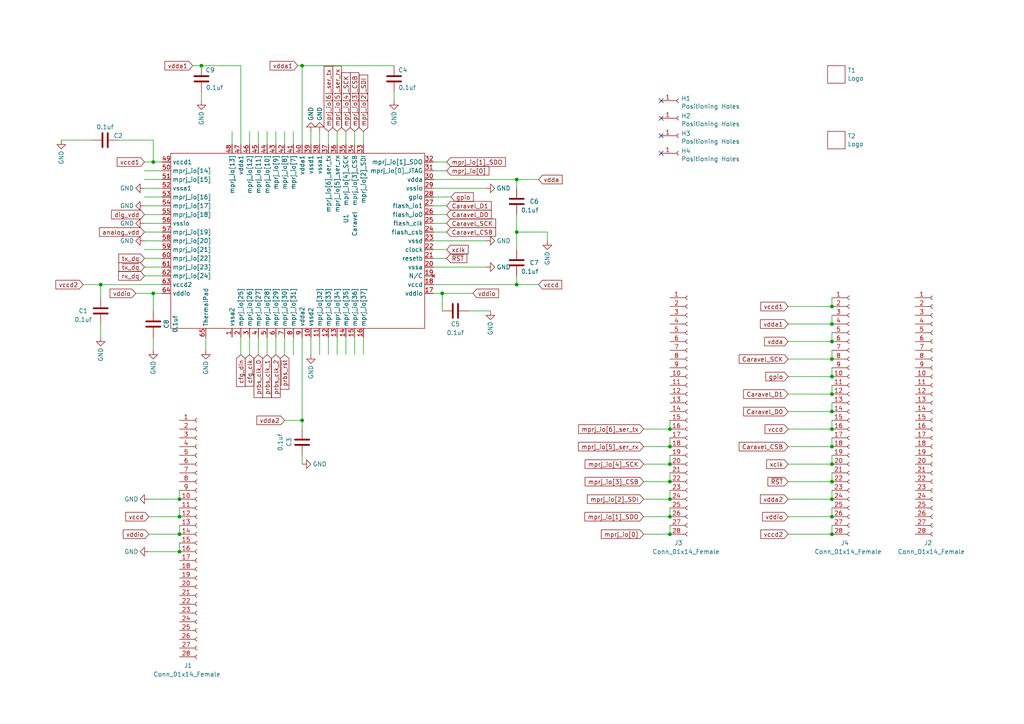
<source format=kicad_sch>
(kicad_sch (version 20211123) (generator eeschema)
  (paper "A4")
  (lib_symbols
    (symbol "Caravel:Logo" (pin_names (offset 1.016))
      (property "Reference" "T" (at -1.27 2.54 0))
      (property "Value" "Logo" (at 1.27 -1.27 0))
      (symbol "Logo_0_1"
        (rectangle (start -1.27 1.27) (end 3.81 -3.81))
      )
    )
    (symbol "Caravel_board:Caravel"
      (property "Reference" "U" (at 0 0 0))
      (property "Value" "Caravel" (at 0 0 0))
      (symbol "Caravel_0_1"
        (rectangle (start -26.67 40.64) (end 24.13 -33.02))
      )
      (symbol "Caravel_1_1"
        (pin power_in line (at -29.21 22.86 0) (length 2.54) (name "vssa2") (number "1"))
        (pin power_in line (at -29.21 0 0) (length 2.54) (name "vssd2") (number "10"))
        (pin bidirectional line (at -29.21 -2.54 0) (length 2.54) (name "mprj_io[32]") (number "11"))
        (pin bidirectional line (at -29.21 -5.08 0) (length 2.54) (name "mprj_io[33]") (number "12"))
        (pin bidirectional line (at -29.21 -7.62 0) (length 2.54) (name "mprj_io[34]") (number "13"))
        (pin bidirectional line (at -29.21 -10.16 0) (length 2.54) (name "mprj_io[35]") (number "14"))
        (pin bidirectional line (at -29.21 -12.7 0) (length 2.54) (name "mprj_io[36]") (number "15"))
        (pin bidirectional line (at -29.21 -15.24 0) (length 2.54) (name "mprj_io[37]") (number "16"))
        (pin power_in line (at -16.51 -35.56 90) (length 2.54) (name "vddio") (number "17"))
        (pin power_in line (at -13.97 -35.56 90) (length 2.54) (name "vccd") (number "18"))
        (pin no_connect line (at -11.43 -35.56 90) (length 2.54) (name "N/C") (number "19"))
        (pin bidirectional line (at -29.21 20.32 0) (length 2.54) (name "mprj_io[25]") (number "2"))
        (pin power_in line (at -8.89 -35.56 90) (length 2.54) (name "vssa") (number "20"))
        (pin input line (at -6.35 -35.56 90) (length 2.54) (name "resetb") (number "21"))
        (pin input line (at -3.81 -35.56 90) (length 2.54) (name "clock") (number "22"))
        (pin power_in line (at -1.27 -35.56 90) (length 2.54) (name "vssd") (number "23"))
        (pin output line (at 1.27 -35.56 90) (length 2.54) (name "flash_csb") (number "24"))
        (pin output line (at 3.81 -35.56 90) (length 2.54) (name "flash_clk") (number "25"))
        (pin bidirectional line (at 6.35 -35.56 90) (length 2.54) (name "flash_io0") (number "26"))
        (pin bidirectional line (at 8.89 -35.56 90) (length 2.54) (name "flash_io1") (number "27"))
        (pin bidirectional line (at 11.43 -35.56 90) (length 2.54) (name "gpio") (number "28"))
        (pin power_in line (at 13.97 -35.56 90) (length 2.54) (name "vssio") (number "29"))
        (pin bidirectional line (at -29.21 17.78 0) (length 2.54) (name "mprj_io[26]") (number "3"))
        (pin power_in line (at 16.51 -35.56 90) (length 2.54) (name "vdda") (number "30"))
        (pin bidirectional line (at 19.05 -35.56 90) (length 2.54) (name "mprj_io[0]_JTAG") (number "31"))
        (pin bidirectional line (at 21.59 -35.56 90) (length 2.54) (name "mprj_io[1]_SDO") (number "32"))
        (pin bidirectional line (at 26.67 -15.24 180) (length 2.54) (name "mprj_io[2]_SDI") (number "33"))
        (pin bidirectional line (at 26.67 -12.7 180) (length 2.54) (name "mprj_io[3]_CSB") (number "34"))
        (pin bidirectional line (at 26.67 -10.16 180) (length 2.54) (name "mprj_io[4]_SCK") (number "35"))
        (pin bidirectional line (at 26.67 -7.62 180) (length 2.54) (name "mprj_io[5]_ser_rx") (number "36"))
        (pin bidirectional line (at 26.67 -5.08 180) (length 2.54) (name "mprj_io[6]_ser_tx") (number "37"))
        (pin power_in line (at 26.67 -2.54 180) (length 2.54) (name "vssa1") (number "38"))
        (pin power_in line (at 26.67 0 180) (length 2.54) (name "vssd1") (number "39"))
        (pin bidirectional line (at -29.21 15.24 0) (length 2.54) (name "mprj_io[27]") (number "4"))
        (pin power_in line (at 26.67 2.54 180) (length 2.54) (name "vdda1") (number "40"))
        (pin bidirectional line (at 26.67 5.08 180) (length 2.54) (name "mprj_io[7]") (number "41"))
        (pin bidirectional line (at 26.67 7.62 180) (length 2.54) (name "mprj_io[8]") (number "42"))
        (pin bidirectional line (at 26.67 10.16 180) (length 2.54) (name "mprj_io[9]") (number "43"))
        (pin bidirectional line (at 26.67 12.7 180) (length 2.54) (name "mprj_io[10]") (number "44"))
        (pin bidirectional line (at 26.67 15.24 180) (length 2.54) (name "mprj_io[11]") (number "45"))
        (pin bidirectional line (at 26.67 17.78 180) (length 2.54) (name "mprj_io[12]") (number "46"))
        (pin power_in line (at 26.67 20.32 180) (length 2.54) (name "vdda1") (number "47"))
        (pin bidirectional line (at 26.67 22.86 180) (length 2.54) (name "mprj_io[13]") (number "48"))
        (pin power_in line (at 21.59 43.18 270) (length 2.54) (name "vccd1") (number "49"))
        (pin bidirectional line (at -29.21 12.7 0) (length 2.54) (name "mprj_io[28]") (number "5"))
        (pin bidirectional line (at 19.05 43.18 270) (length 2.54) (name "mprj_io[14]") (number "50"))
        (pin bidirectional line (at 16.51 43.18 270) (length 2.54) (name "mprj_io[15]") (number "51"))
        (pin power_in line (at 13.97 43.18 270) (length 2.54) (name "vssa1") (number "52"))
        (pin bidirectional line (at 11.43 43.18 270) (length 2.54) (name "mprj_io[16]") (number "53"))
        (pin bidirectional line (at 8.89 43.18 270) (length 2.54) (name "mprj_io[17]") (number "54"))
        (pin bidirectional line (at 6.35 43.18 270) (length 2.54) (name "mprj_io[18]") (number "55"))
        (pin power_in line (at 3.81 43.18 270) (length 2.54) (name "vssio") (number "56"))
        (pin bidirectional line (at 1.27 43.18 270) (length 2.54) (name "mprj_io[19]") (number "57"))
        (pin bidirectional line (at -1.27 43.18 270) (length 2.54) (name "mprj_io[20]") (number "58"))
        (pin bidirectional line (at -3.81 43.18 270) (length 2.54) (name "mprj_io[21]") (number "59"))
        (pin bidirectional line (at -29.21 10.16 0) (length 2.54) (name "mprj_io[29]") (number "6"))
        (pin bidirectional line (at -6.35 43.18 270) (length 2.54) (name "mprj_io[22]") (number "60"))
        (pin bidirectional line (at -8.89 43.18 270) (length 2.54) (name "mprj_io[23]") (number "61"))
        (pin bidirectional line (at -11.43 43.18 270) (length 2.54) (name "mprj_io[24]") (number "62"))
        (pin power_in line (at -13.97 43.18 270) (length 2.54) (name "vccd2") (number "63"))
        (pin power_in line (at -16.51 43.18 270) (length 2.54) (name "vddio") (number "64"))
        (pin power_in line (at -29.21 30.48 0) (length 2.54) (name "ThermalPad") (number "65"))
        (pin bidirectional line (at -29.21 7.62 0) (length 2.54) (name "mprj_io[30]") (number "7"))
        (pin bidirectional line (at -29.21 5.08 0) (length 2.54) (name "mprj_io[31]") (number "8"))
        (pin power_in line (at -29.21 2.54 0) (length 2.54) (name "vdda2") (number "9"))
      )
    )
    (symbol "Connector:Conn_01x01_Female" (pin_names (offset 1.016) hide)
      (property "Reference" "J" (at 0 2.54 0))
      (property "Value" "Conn_01x01_Female" (at 0 -2.54 0))
      (symbol "Conn_01x01_Female_1_1"
        (polyline (pts (xy -1.27 0) (xy -0.508 0)) (stroke (width 0.1524)))
        (arc (start 0 0.508) (mid -0.508 0) (end 0 -0.508) (stroke (width 0.1524)))
        (pin passive line (at -5.08 0 0) (length 3.81) (name "Pin_1") (number "1"))
      )
    )
    (symbol "Connector:Conn_01x28_Female" (pin_names (offset 1.016) hide)
      (property "Reference" "J" (at 0 35.56 0))
      (property "Value" "Conn_01x28_Female" (at 0 -38.1 0))
      (symbol "Conn_01x28_Female_1_1"
        (arc (start 0 -35.052) (mid -0.508 -35.56) (end 0 -36.068) (stroke (width 0.1524)))
        (arc (start 0 -32.512) (mid -0.508 -33.02) (end 0 -33.528) (stroke (width 0.1524)))
        (arc (start 0 -29.972) (mid -0.508 -30.48) (end 0 -30.988) (stroke (width 0.1524)))
        (arc (start 0 -27.432) (mid -0.508 -27.94) (end 0 -28.448) (stroke (width 0.1524)))
        (arc (start 0 -24.892) (mid -0.508 -25.4) (end 0 -25.908) (stroke (width 0.1524)))
        (arc (start 0 -22.352) (mid -0.508 -22.86) (end 0 -23.368) (stroke (width 0.1524)))
        (arc (start 0 -19.812) (mid -0.508 -20.32) (end 0 -20.828) (stroke (width 0.1524)))
        (arc (start 0 -17.272) (mid -0.508 -17.78) (end 0 -18.288) (stroke (width 0.1524)))
        (arc (start 0 -14.732) (mid -0.508 -15.24) (end 0 -15.748) (stroke (width 0.1524)))
        (arc (start 0 -12.192) (mid -0.508 -12.7) (end 0 -13.208) (stroke (width 0.1524)))
        (arc (start 0 -9.652) (mid -0.508 -10.16) (end 0 -10.668) (stroke (width 0.1524)))
        (arc (start 0 -7.112) (mid -0.508 -7.62) (end 0 -8.128) (stroke (width 0.1524)))
        (arc (start 0 -4.572) (mid -0.508 -5.08) (end 0 -5.588) (stroke (width 0.1524)))
        (arc (start 0 -2.032) (mid -0.508 -2.54) (end 0 -3.048) (stroke (width 0.1524)))
        (polyline (pts (xy -1.27 -35.56) (xy -0.508 -35.56)) (stroke (width 0.1524)))
        (polyline (pts (xy -1.27 -33.02) (xy -0.508 -33.02)) (stroke (width 0.1524)))
        (polyline (pts (xy -1.27 -30.48) (xy -0.508 -30.48)) (stroke (width 0.1524)))
        (polyline (pts (xy -1.27 -27.94) (xy -0.508 -27.94)) (stroke (width 0.1524)))
        (polyline (pts (xy -1.27 -25.4) (xy -0.508 -25.4)) (stroke (width 0.1524)))
        (polyline (pts (xy -1.27 -22.86) (xy -0.508 -22.86)) (stroke (width 0.1524)))
        (polyline (pts (xy -1.27 -20.32) (xy -0.508 -20.32)) (stroke (width 0.1524)))
        (polyline (pts (xy -1.27 -17.78) (xy -0.508 -17.78)) (stroke (width 0.1524)))
        (polyline (pts (xy -1.27 -15.24) (xy -0.508 -15.24)) (stroke (width 0.1524)))
        (polyline (pts (xy -1.27 -12.7) (xy -0.508 -12.7)) (stroke (width 0.1524)))
        (polyline (pts (xy -1.27 -10.16) (xy -0.508 -10.16)) (stroke (width 0.1524)))
        (polyline (pts (xy -1.27 -7.62) (xy -0.508 -7.62)) (stroke (width 0.1524)))
        (polyline (pts (xy -1.27 -5.08) (xy -0.508 -5.08)) (stroke (width 0.1524)))
        (polyline (pts (xy -1.27 -2.54) (xy -0.508 -2.54)) (stroke (width 0.1524)))
        (polyline (pts (xy -1.27 0) (xy -0.508 0)) (stroke (width 0.1524)))
        (polyline (pts (xy -1.27 2.54) (xy -0.508 2.54)) (stroke (width 0.1524)))
        (polyline (pts (xy -1.27 5.08) (xy -0.508 5.08)) (stroke (width 0.1524)))
        (polyline (pts (xy -1.27 7.62) (xy -0.508 7.62)) (stroke (width 0.1524)))
        (polyline (pts (xy -1.27 10.16) (xy -0.508 10.16)) (stroke (width 0.1524)))
        (polyline (pts (xy -1.27 12.7) (xy -0.508 12.7)) (stroke (width 0.1524)))
        (polyline (pts (xy -1.27 15.24) (xy -0.508 15.24)) (stroke (width 0.1524)))
        (polyline (pts (xy -1.27 17.78) (xy -0.508 17.78)) (stroke (width 0.1524)))
        (polyline (pts (xy -1.27 20.32) (xy -0.508 20.32)) (stroke (width 0.1524)))
        (polyline (pts (xy -1.27 22.86) (xy -0.508 22.86)) (stroke (width 0.1524)))
        (polyline (pts (xy -1.27 25.4) (xy -0.508 25.4)) (stroke (width 0.1524)))
        (polyline (pts (xy -1.27 27.94) (xy -0.508 27.94)) (stroke (width 0.1524)))
        (polyline (pts (xy -1.27 30.48) (xy -0.508 30.48)) (stroke (width 0.1524)))
        (polyline (pts (xy -1.27 33.02) (xy -0.508 33.02)) (stroke (width 0.1524)))
        (arc (start 0 0.508) (mid -0.508 0) (end 0 -0.508) (stroke (width 0.1524)))
        (arc (start 0 3.048) (mid -0.508 2.54) (end 0 2.032) (stroke (width 0.1524)))
        (arc (start 0 5.588) (mid -0.508 5.08) (end 0 4.572) (stroke (width 0.1524)))
        (arc (start 0 8.128) (mid -0.508 7.62) (end 0 7.112) (stroke (width 0.1524)))
        (arc (start 0 10.668) (mid -0.508 10.16) (end 0 9.652) (stroke (width 0.1524)))
        (arc (start 0 13.208) (mid -0.508 12.7) (end 0 12.192) (stroke (width 0.1524)))
        (arc (start 0 15.748) (mid -0.508 15.24) (end 0 14.732) (stroke (width 0.1524)))
        (arc (start 0 18.288) (mid -0.508 17.78) (end 0 17.272) (stroke (width 0.1524)))
        (arc (start 0 20.828) (mid -0.508 20.32) (end 0 19.812) (stroke (width 0.1524)))
        (arc (start 0 23.368) (mid -0.508 22.86) (end 0 22.352) (stroke (width 0.1524)))
        (arc (start 0 25.908) (mid -0.508 25.4) (end 0 24.892) (stroke (width 0.1524)))
        (arc (start 0 28.448) (mid -0.508 27.94) (end 0 27.432) (stroke (width 0.1524)))
        (arc (start 0 30.988) (mid -0.508 30.48) (end 0 29.972) (stroke (width 0.1524)))
        (arc (start 0 33.528) (mid -0.508 33.02) (end 0 32.512) (stroke (width 0.1524)))
        (pin passive line (at -5.08 33.02 0) (length 3.81) (name "Pin_1") (number "1"))
        (pin passive line (at -5.08 10.16 0) (length 3.81) (name "Pin_10") (number "10"))
        (pin passive line (at -5.08 7.62 0) (length 3.81) (name "Pin_11") (number "11"))
        (pin passive line (at -5.08 5.08 0) (length 3.81) (name "Pin_12") (number "12"))
        (pin passive line (at -5.08 2.54 0) (length 3.81) (name "Pin_13") (number "13"))
        (pin passive line (at -5.08 0 0) (length 3.81) (name "Pin_14") (number "14"))
        (pin passive line (at -5.08 -2.54 0) (length 3.81) (name "Pin_15") (number "15"))
        (pin passive line (at -5.08 -5.08 0) (length 3.81) (name "Pin_16") (number "16"))
        (pin passive line (at -5.08 -7.62 0) (length 3.81) (name "Pin_17") (number "17"))
        (pin passive line (at -5.08 -10.16 0) (length 3.81) (name "Pin_18") (number "18"))
        (pin passive line (at -5.08 -12.7 0) (length 3.81) (name "Pin_19") (number "19"))
        (pin passive line (at -5.08 30.48 0) (length 3.81) (name "Pin_2") (number "2"))
        (pin passive line (at -5.08 -15.24 0) (length 3.81) (name "Pin_20") (number "20"))
        (pin passive line (at -5.08 -17.78 0) (length 3.81) (name "Pin_21") (number "21"))
        (pin passive line (at -5.08 -20.32 0) (length 3.81) (name "Pin_22") (number "22"))
        (pin passive line (at -5.08 -22.86 0) (length 3.81) (name "Pin_23") (number "23"))
        (pin passive line (at -5.08 -25.4 0) (length 3.81) (name "Pin_24") (number "24"))
        (pin passive line (at -5.08 -27.94 0) (length 3.81) (name "Pin_25") (number "25"))
        (pin passive line (at -5.08 -30.48 0) (length 3.81) (name "Pin_26") (number "26"))
        (pin passive line (at -5.08 -33.02 0) (length 3.81) (name "Pin_27") (number "27"))
        (pin passive line (at -5.08 -35.56 0) (length 3.81) (name "Pin_28") (number "28"))
        (pin passive line (at -5.08 27.94 0) (length 3.81) (name "Pin_3") (number "3"))
        (pin passive line (at -5.08 25.4 0) (length 3.81) (name "Pin_4") (number "4"))
        (pin passive line (at -5.08 22.86 0) (length 3.81) (name "Pin_5") (number "5"))
        (pin passive line (at -5.08 20.32 0) (length 3.81) (name "Pin_6") (number "6"))
        (pin passive line (at -5.08 17.78 0) (length 3.81) (name "Pin_7") (number "7"))
        (pin passive line (at -5.08 15.24 0) (length 3.81) (name "Pin_8") (number "8"))
        (pin passive line (at -5.08 12.7 0) (length 3.81) (name "Pin_9") (number "9"))
      )
    )
    (symbol "Device:C" (pin_numbers hide) (pin_names (offset 0.254))
      (property "Reference" "C" (at 0.635 2.54 0))
      (property "Value" "C" (at 0.635 -2.54 0))
      (symbol "C_0_1"
        (polyline (pts (xy -2.032 -0.762) (xy 2.032 -0.762)) (stroke (width 0.508)))
        (polyline (pts (xy -2.032 0.762) (xy 2.032 0.762)) (stroke (width 0.508)))
      )
      (symbol "C_1_1"
        (pin passive line (at 0 3.81 270) (length 2.794) (name "~") (number "1"))
        (pin passive line (at 0 -3.81 90) (length 2.794) (name "~") (number "2"))
      )
    )
    (symbol "power:GND" (power) (pin_names (offset 0))
      (property "Value" "GND" (at 0 -3.81 0))
      (symbol "GND_0_1"
        (polyline (pts (xy 0 0) (xy 0 -1.27) (xy 1.27 -1.27) (xy 0 -2.54) (xy -1.27 -1.27) (xy 0 -1.27)))
      )
      (symbol "GND_1_1"
        (pin power_in line (at 0 0 270) (length 0) hide (name "GND") (number "1"))
      )
    )
  )
  (junction (at 29.21 82.55))
  (junction (at 128.27 85.09))
  (junction (at 194.31 134.62))
  (junction (at 241.3 109.22))
  (junction (at 52.07 160.02))
  (junction (at 194.31 144.78))
  (junction (at 87.63 19.05))
  (junction (at 44.45 85.09))
  (junction (at 241.3 88.9))
  (junction (at 241.3 144.78))
  (junction (at 149.86 52.07))
  (junction (at 52.07 154.94))
  (junction (at 241.3 114.3))
  (junction (at 52.07 149.86))
  (junction (at 241.3 93.98))
  (junction (at 87.63 121.92))
  (junction (at 241.3 139.7))
  (junction (at 194.31 154.94))
  (junction (at 241.3 99.06))
  (junction (at 241.3 124.46))
  (junction (at 44.45 46.99))
  (junction (at 194.31 149.86))
  (junction (at 241.3 119.38))
  (junction (at 241.3 134.62))
  (junction (at 241.3 149.86))
  (junction (at 58.42 19.05))
  (junction (at 241.3 154.94))
  (junction (at 149.86 67.31))
  (junction (at 194.31 139.7))
  (junction (at 241.3 129.54))
  (junction (at 194.31 129.54))
  (junction (at 241.3 104.14))
  (junction (at 149.86 82.55))
  (junction (at 194.31 124.46))
  (junction (at 52.07 144.78))
  (no_connect (at 191.77 34.29))
  (no_connect (at 191.77 29.21))
  (no_connect (at 191.77 44.45))
  (no_connect (at 191.77 39.37))
  (wire (pts (xy 129.54 64.77) (xy 125.73 64.77)))
  (wire (pts (xy 90.17 97.79) (xy 90.17 102.87)))
  (wire (pts (xy 46.99 67.31) (xy 41.91 67.31)))
  (wire (pts (xy 129.54 72.39) (xy 125.73 72.39)))
  (wire (pts (xy 194.31 121.92) (xy 194.31 124.46)))
  (wire (pts (xy 128.27 85.09) (xy 125.73 85.09)))
  (wire (pts (xy 87.63 121.92) (xy 82.55 121.92)))
  (wire (pts (xy 74.93 38.1) (xy 74.93 41.91)))
  (wire (pts (xy 186.69 154.94) (xy 194.31 154.94)))
  (wire (pts (xy 87.63 19.05) (xy 86.36 19.05)))
  (wire (pts (xy 241.3 96.52) (xy 241.3 99.06)))
  (wire (pts (xy 95.25 38.1) (xy 95.25 41.91)))
  (wire (pts (xy 85.09 38.1) (xy 85.09 41.91)))
  (wire (pts (xy 194.31 147.32) (xy 194.31 149.86)))
  (wire (pts (xy 149.86 80.01) (xy 149.86 82.55)))
  (wire (pts (xy 194.31 137.16) (xy 194.31 139.7)))
  (wire (pts (xy 95.25 102.87) (xy 95.25 97.79)))
  (wire (pts (xy 228.6 119.38) (xy 241.3 119.38)))
  (wire (pts (xy 130.81 57.15) (xy 125.73 57.15)))
  (wire (pts (xy 44.45 46.99) (xy 44.45 40.64)))
  (wire (pts (xy 228.6 139.7) (xy 241.3 139.7)))
  (wire (pts (xy 97.79 38.1) (xy 97.79 41.91)))
  (wire (pts (xy 241.3 121.92) (xy 241.3 124.46)))
  (wire (pts (xy 228.6 109.22) (xy 241.3 109.22)))
  (wire (pts (xy 114.3 29.21) (xy 114.3 26.67)))
  (wire (pts (xy 129.54 46.99) (xy 125.73 46.99)))
  (wire (pts (xy 52.07 144.78) (xy 43.18 144.78)))
  (wire (pts (xy 92.71 38.1) (xy 92.71 41.91)))
  (wire (pts (xy 46.99 49.53) (xy 41.91 49.53)))
  (wire (pts (xy 29.21 93.98) (xy 29.21 97.79)))
  (wire (pts (xy 52.07 144.78) (xy 52.07 142.24)))
  (wire (pts (xy 241.3 154.94) (xy 228.6 154.94)))
  (wire (pts (xy 69.85 41.91) (xy 69.85 19.05)))
  (wire (pts (xy 44.45 85.09) (xy 46.99 85.09)))
  (wire (pts (xy 128.27 85.09) (xy 128.27 90.17)))
  (wire (pts (xy 241.3 152.4) (xy 241.3 154.94)))
  (wire (pts (xy 77.47 38.1) (xy 77.47 41.91)))
  (wire (pts (xy 41.91 52.07) (xy 46.99 52.07)))
  (wire (pts (xy 186.69 134.62) (xy 194.31 134.62)))
  (wire (pts (xy 228.6 99.06) (xy 241.3 99.06)))
  (wire (pts (xy 105.41 41.91) (xy 105.41 38.1)))
  (wire (pts (xy 39.37 85.09) (xy 44.45 85.09)))
  (wire (pts (xy 228.6 114.3) (xy 241.3 114.3)))
  (wire (pts (xy 29.21 82.55) (xy 29.21 86.36)))
  (wire (pts (xy 149.86 52.07) (xy 149.86 54.61)))
  (wire (pts (xy 46.99 72.39) (xy 41.91 72.39)))
  (wire (pts (xy 241.3 106.68) (xy 241.3 109.22)))
  (wire (pts (xy 241.3 132.08) (xy 241.3 134.62)))
  (wire (pts (xy 87.63 19.05) (xy 87.63 41.91)))
  (wire (pts (xy 186.69 144.78) (xy 194.31 144.78)))
  (wire (pts (xy 228.6 124.46) (xy 241.3 124.46)))
  (wire (pts (xy 241.3 111.76) (xy 241.3 114.3)))
  (wire (pts (xy 44.45 85.09) (xy 44.45 90.17)))
  (wire (pts (xy 149.86 67.31) (xy 149.86 72.39)))
  (wire (pts (xy 58.42 29.21) (xy 58.42 26.67)))
  (wire (pts (xy 228.6 129.54) (xy 241.3 129.54)))
  (wire (pts (xy 17.78 40.64) (xy 26.67 40.64)))
  (wire (pts (xy 80.01 38.1) (xy 80.01 41.91)))
  (wire (pts (xy 67.31 38.1) (xy 67.31 41.91)))
  (wire (pts (xy 228.6 104.14) (xy 241.3 104.14)))
  (wire (pts (xy 52.07 160.02) (xy 52.07 157.48)))
  (wire (pts (xy 74.93 102.87) (xy 74.93 97.79)))
  (wire (pts (xy 149.86 62.23) (xy 149.86 67.31)))
  (wire (pts (xy 228.6 149.86) (xy 241.3 149.86)))
  (wire (pts (xy 194.31 132.08) (xy 194.31 134.62)))
  (wire (pts (xy 44.45 97.79) (xy 44.45 101.6)))
  (wire (pts (xy 41.91 64.77) (xy 46.99 64.77)))
  (wire (pts (xy 194.31 127) (xy 194.31 129.54)))
  (wire (pts (xy 29.21 82.55) (xy 24.13 82.55)))
  (wire (pts (xy 149.86 67.31) (xy 158.75 67.31)))
  (wire (pts (xy 241.3 147.32) (xy 241.3 149.86)))
  (wire (pts (xy 46.99 57.15) (xy 41.91 57.15)))
  (wire (pts (xy 44.45 46.99) (xy 46.99 46.99)))
  (wire (pts (xy 129.54 49.53) (xy 125.73 49.53)))
  (wire (pts (xy 186.69 149.86) (xy 194.31 149.86)))
  (wire (pts (xy 129.54 62.23) (xy 125.73 62.23)))
  (wire (pts (xy 44.45 40.64) (xy 34.29 40.64)))
  (wire (pts (xy 87.63 19.05) (xy 114.3 19.05)))
  (wire (pts (xy 156.21 52.07) (xy 149.86 52.07)))
  (wire (pts (xy 58.42 19.05) (xy 55.88 19.05)))
  (wire (pts (xy 241.3 142.24) (xy 241.3 144.78)))
  (wire (pts (xy 52.07 154.94) (xy 52.07 152.4)))
  (wire (pts (xy 128.27 85.09) (xy 137.16 85.09)))
  (wire (pts (xy 241.3 137.16) (xy 241.3 139.7)))
  (wire (pts (xy 186.69 129.54) (xy 194.31 129.54)))
  (wire (pts (xy 29.21 82.55) (xy 46.99 82.55)))
  (wire (pts (xy 129.54 74.93) (xy 125.73 74.93)))
  (wire (pts (xy 102.87 102.87) (xy 102.87 97.79)))
  (wire (pts (xy 194.31 152.4) (xy 194.31 154.94)))
  (wire (pts (xy 149.86 82.55) (xy 125.73 82.55)))
  (wire (pts (xy 46.99 59.69) (xy 41.91 59.69)))
  (wire (pts (xy 142.24 90.17) (xy 135.89 90.17)))
  (wire (pts (xy 85.09 102.87) (xy 85.09 97.79)))
  (wire (pts (xy 46.99 77.47) (xy 41.91 77.47)))
  (wire (pts (xy 87.63 97.79) (xy 87.63 121.92)))
  (wire (pts (xy 194.31 142.24) (xy 194.31 144.78)))
  (wire (pts (xy 228.6 93.98) (xy 241.3 93.98)))
  (wire (pts (xy 59.69 97.79) (xy 59.69 101.6)))
  (wire (pts (xy 46.99 62.23) (xy 41.91 62.23)))
  (wire (pts (xy 77.47 102.87) (xy 77.47 97.79)))
  (wire (pts (xy 41.91 46.99) (xy 44.45 46.99)))
  (wire (pts (xy 186.69 139.7) (xy 194.31 139.7)))
  (wire (pts (xy 92.71 102.87) (xy 92.71 97.79)))
  (wire (pts (xy 102.87 38.1) (xy 102.87 41.91)))
  (wire (pts (xy 241.3 127) (xy 241.3 129.54)))
  (wire (pts (xy 140.97 69.85) (xy 125.73 69.85)))
  (wire (pts (xy 69.85 19.05) (xy 58.42 19.05)))
  (wire (pts (xy 241.3 91.44) (xy 241.3 93.98)))
  (wire (pts (xy 241.3 116.84) (xy 241.3 119.38)))
  (wire (pts (xy 46.99 69.85) (xy 41.91 69.85)))
  (wire (pts (xy 105.41 102.87) (xy 105.41 97.79)))
  (wire (pts (xy 100.33 102.87) (xy 100.33 97.79)))
  (wire (pts (xy 156.21 82.55) (xy 149.86 82.55)))
  (wire (pts (xy 52.07 149.86) (xy 43.18 149.86)))
  (wire (pts (xy 241.3 101.6) (xy 241.3 104.14)))
  (wire (pts (xy 82.55 38.1) (xy 82.55 41.91)))
  (wire (pts (xy 46.99 74.93) (xy 41.91 74.93)))
  (wire (pts (xy 158.75 67.31) (xy 158.75 69.85)))
  (wire (pts (xy 82.55 102.87) (xy 82.55 97.79)))
  (wire (pts (xy 69.85 102.87) (xy 69.85 97.79)))
  (wire (pts (xy 228.6 88.9) (xy 241.3 88.9)))
  (wire (pts (xy 90.17 41.91) (xy 90.17 38.1)))
  (wire (pts (xy 129.54 67.31) (xy 125.73 67.31)))
  (wire (pts (xy 228.6 134.62) (xy 241.3 134.62)))
  (wire (pts (xy 140.97 54.61) (xy 125.73 54.61)))
  (wire (pts (xy 72.39 38.1) (xy 72.39 41.91)))
  (wire (pts (xy 80.01 102.87) (xy 80.01 97.79)))
  (wire (pts (xy 87.63 124.46) (xy 87.63 121.92)))
  (wire (pts (xy 72.39 102.87) (xy 72.39 97.79)))
  (wire (pts (xy 140.97 77.47) (xy 125.73 77.47)))
  (wire (pts (xy 52.07 160.02) (xy 43.18 160.02)))
  (wire (pts (xy 228.6 144.78) (xy 241.3 144.78)))
  (wire (pts (xy 100.33 38.1) (xy 100.33 41.91)))
  (wire (pts (xy 52.07 149.86) (xy 52.07 147.32)))
  (wire (pts (xy 129.54 59.69) (xy 125.73 59.69)))
  (wire (pts (xy 41.91 54.61) (xy 46.99 54.61)))
  (wire (pts (xy 46.99 80.01) (xy 41.91 80.01)))
  (wire (pts (xy 186.69 124.46) (xy 194.31 124.46)))
  (wire (pts (xy 52.07 154.94) (xy 43.18 154.94)))
  (wire (pts (xy 241.3 86.36) (xy 241.3 88.9)))
  (wire (pts (xy 125.73 52.07) (xy 149.86 52.07)))
  (wire (pts (xy 97.79 102.87) (xy 97.79 97.79)))
  (wire (pts (xy 87.63 132.08) (xy 87.63 134.62)))
  (global_label "vdda2" (shape input) (at 228.6 144.78 180) (property "Intersheet References" "${INTERSHEET_REFS}" (effects hide)))
  (global_label "analog_vdd" (shape input) (at 41.91 67.31 180) (property "Intersheet References" "${INTERSHEET_REFS}" (effects hide)))
  (global_label "vdda2" (shape input) (at 82.55 121.92 180) (property "Intersheet References" "${INTERSHEET_REFS}" (effects hide)))
  (global_label "cfg_clk" (shape input) (at 72.39 102.87 270) (property "Intersheet References" "${INTERSHEET_REFS}" (effects hide)))
  (global_label "mprj_io[0]" (shape input) (at 129.54 49.53 0) (property "Intersheet References" "${INTERSHEET_REFS}" (effects hide)))
  (global_label "Caravel_D0" (shape input) (at 129.54 62.23 0) (property "Intersheet References" "${INTERSHEET_REFS}" (effects hide)))
  (global_label "mprj_io[3]_CSB" (shape input) (at 186.69 139.7 180) (property "Intersheet References" "${INTERSHEET_REFS}" (effects hide)))
  (global_label "mprj_io[2]_SDI" (shape input) (at 186.69 144.78 180) (property "Intersheet References" "${INTERSHEET_REFS}" (effects hide)))
  (global_label "tx_dq" (shape input) (at 41.91 74.93 180) (property "Intersheet References" "${INTERSHEET_REFS}" (effects hide)))
  (global_label "vccd" (shape input) (at 43.18 149.86 180) (property "Intersheet References" "${INTERSHEET_REFS}" (effects hide)))
  (global_label "dig_vdd" (shape input) (at 41.91 62.23 180) (property "Intersheet References" "${INTERSHEET_REFS}" (effects hide)))
  (global_label "mprj_io[6]_ser_tx" (shape input) (at 186.69 124.46 180) (property "Intersheet References" "${INTERSHEET_REFS}" (effects hide)))
  (global_label "mprj_io[6]_ser_tx" (shape input) (at 95.25 38.1 90) (property "Intersheet References" "${INTERSHEET_REFS}" (effects hide)))
  (global_label "gpio" (shape input) (at 228.6 109.22 180) (property "Intersheet References" "${INTERSHEET_REFS}" (effects hide)))
  (global_label "prbs_clk_0" (shape input) (at 74.93 102.87 270) (property "Intersheet References" "${INTERSHEET_REFS}" (effects hide)))
  (global_label "vccd" (shape input) (at 156.21 82.55 0) (property "Intersheet References" "${INTERSHEET_REFS}" (effects hide)))
  (global_label "vccd1" (shape input) (at 41.91 46.99 180) (property "Intersheet References" "${INTERSHEET_REFS}" (effects hide)))
  (global_label "mprj_io[5]_ser_rx" (shape input) (at 186.69 129.54 180) (property "Intersheet References" "${INTERSHEET_REFS}" (effects hide)))
  (global_label "xclk" (shape input) (at 129.54 72.39 0) (property "Intersheet References" "${INTERSHEET_REFS}" (effects hide)))
  (global_label "mprj_io[0]" (shape input) (at 186.69 154.94 180) (property "Intersheet References" "${INTERSHEET_REFS}" (effects hide)))
  (global_label "Caravel_SCK" (shape input) (at 228.6 104.14 180) (property "Intersheet References" "${INTERSHEET_REFS}" (effects hide)))
  (global_label "Caravel_D1" (shape input) (at 129.54 59.69 0) (property "Intersheet References" "${INTERSHEET_REFS}" (effects hide)))
  (global_label "vddio" (shape input) (at 137.16 85.09 0) (property "Intersheet References" "${INTERSHEET_REFS}" (effects hide)))
  (global_label "mprj_io[5]_ser_rx" (shape input) (at 97.79 38.1 90) (property "Intersheet References" "${INTERSHEET_REFS}" (effects hide)))
  (global_label "Caravel_CSB" (shape input) (at 129.54 67.31 0) (property "Intersheet References" "${INTERSHEET_REFS}" (effects hide)))
  (global_label "~{tx_dq}" (shape input) (at 41.91 77.47 180) (property "Intersheet References" "${INTERSHEET_REFS}" (effects hide)))
  (global_label "vccd2" (shape input) (at 24.13 82.55 180) (property "Intersheet References" "${INTERSHEET_REFS}" (effects hide)))
  (global_label "~{RST}" (shape input) (at 129.54 74.93 0) (property "Intersheet References" "${INTERSHEET_REFS}" (effects hide)))
  (global_label "vccd" (shape input) (at 228.6 124.46 180) (property "Intersheet References" "${INTERSHEET_REFS}" (effects hide)))
  (global_label "xclk" (shape input) (at 228.6 134.62 180) (property "Intersheet References" "${INTERSHEET_REFS}" (effects hide)))
  (global_label "Caravel_CSB" (shape input) (at 228.6 129.54 180) (property "Intersheet References" "${INTERSHEET_REFS}" (effects hide)))
  (global_label "vdda" (shape input) (at 156.21 52.07 0) (property "Intersheet References" "${INTERSHEET_REFS}" (effects hide)))
  (global_label "mprj_io[1]_SDO" (shape input) (at 129.54 46.99 0) (property "Intersheet References" "${INTERSHEET_REFS}" (effects hide)))
  (global_label "vdda1" (shape input) (at 228.6 93.98 180) (property "Intersheet References" "${INTERSHEET_REFS}" (effects hide)))
  (global_label "vccd2" (shape input) (at 228.6 154.94 180) (property "Intersheet References" "${INTERSHEET_REFS}" (effects hide)))
  (global_label "mprj_io[3]_CSB" (shape input) (at 102.87 38.1 90) (property "Intersheet References" "${INTERSHEET_REFS}" (effects hide)))
  (global_label "vdda1" (shape input) (at 55.88 19.05 180) (property "Intersheet References" "${INTERSHEET_REFS}" (effects hide)))
  (global_label "mprj_io[2]_SDI" (shape input) (at 105.41 38.1 90) (property "Intersheet References" "${INTERSHEET_REFS}" (effects hide)))
  (global_label "cfg_din" (shape input) (at 69.85 102.87 270) (property "Intersheet References" "${INTERSHEET_REFS}" (effects hide)))
  (global_label "Caravel_D0" (shape input) (at 228.6 119.38 180) (property "Intersheet References" "${INTERSHEET_REFS}" (effects hide)))
  (global_label "vddio" (shape input) (at 39.37 85.09 180) (property "Intersheet References" "${INTERSHEET_REFS}" (effects hide)))
  (global_label "Caravel_SCK" (shape input) (at 129.54 64.77 0) (property "Intersheet References" "${INTERSHEET_REFS}" (effects hide)))
  (global_label "vdda1" (shape input) (at 86.36 19.05 180) (property "Intersheet References" "${INTERSHEET_REFS}" (effects hide)))
  (global_label "vdda" (shape input) (at 228.6 99.06 180) (property "Intersheet References" "${INTERSHEET_REFS}" (effects hide)))
  (global_label "~{RST}" (shape input) (at 228.6 139.7 180) (property "Intersheet References" "${INTERSHEET_REFS}" (effects hide)))
  (global_label "Caravel_D1" (shape input) (at 228.6 114.3 180) (property "Intersheet References" "${INTERSHEET_REFS}" (effects hide)))
  (global_label "rx_dq" (shape input) (at 41.91 80.01 180) (property "Intersheet References" "${INTERSHEET_REFS}" (effects hide)))
  (global_label "~{prbs_rst}" (shape input) (at 82.55 102.87 270) (property "Intersheet References" "${INTERSHEET_REFS}" (effects hide)))
  (global_label "vddio" (shape input) (at 43.18 154.94 180) (property "Intersheet References" "${INTERSHEET_REFS}" (effects hide)))
  (global_label "vddio" (shape input) (at 228.6 149.86 180) (property "Intersheet References" "${INTERSHEET_REFS}" (effects hide)))
  (global_label "mprj_io[4]_SCK" (shape input) (at 186.69 134.62 180) (property "Intersheet References" "${INTERSHEET_REFS}" (effects hide)))
  (global_label "vccd1" (shape input) (at 228.6 88.9 180) (property "Intersheet References" "${INTERSHEET_REFS}" (effects hide)))
  (global_label "prbs_clk_2" (shape input) (at 80.01 102.87 270) (property "Intersheet References" "${INTERSHEET_REFS}" (effects hide)))
  (global_label "gpio" (shape input) (at 130.81 57.15 0) (property "Intersheet References" "${INTERSHEET_REFS}" (effects hide)))
  (global_label "mprj_io[1]_SDO" (shape input) (at 186.69 149.86 180) (property "Intersheet References" "${INTERSHEET_REFS}" (effects hide)))
  (global_label "prbs_clk_1" (shape input) (at 77.47 102.87 270) (property "Intersheet References" "${INTERSHEET_REFS}" (effects hide)))
  (global_label "mprj_io[4]_SCK" (shape input) (at 100.33 38.1 90) (property "Intersheet References" "${INTERSHEET_REFS}" (effects hide)))
  (symbol (lib_id "Device:C") (at 87.63 128.27 180) (unit 1)
    (property "Reference" "C3" (at 83.82 128.27 90))
    (property "Value" "0.1uf" (at 81.28 128.27 90))
    (property "Footprint" "Capacitor_SMD:C_0402_1005Metric" (effects hide))
  )
  (symbol (lib_id "Connector:Conn_01x28_Female") (at 270.51 119.38 0) (unit 1)
    (property "Reference" "J2" (at 267.97 157.48 0) (effects (justify left)))
    (property "Value" "Conn_01x14_Female" (at 260.35 160.02 0) (effects (justify left)))
    (property "Footprint" "Connector_PinHeader_1.27mm:PinHeader_2x14_P1.27mm_Vertical" (effects hide))
  )
  (symbol (lib_id "Device:C") (at 132.08 90.17 270) (unit 1)
    (property "Reference" "C5" (at 132.08 93.98 90))
    (property "Value" "0.1uf" (at 132.08 96.52 90))
    (property "Footprint" "Capacitor_SMD:C_0402_1005Metric" (effects hide))
  )
  (symbol (lib_id "power:GND") (at 44.45 101.6 0) (unit 1)
    (property "Reference" "#PWR?" (effects hide))
    (property "Value" "GND" (at 44.45 106.68 90))
  )
  (symbol (lib_id "power:GND") (at 92.71 38.1 180) (unit 1)
    (property "Reference" "#PWR?" (effects hide))
    (property "Value" "GND" (at 92.71 33.02 90))
  )
  (symbol (lib_id "power:GND") (at 158.75 69.85 0) (unit 1)
    (property "Reference" "#PWR?" (effects hide))
    (property "Value" "GND" (at 158.75 74.93 90))
  )
  (symbol (lib_id "power:GND") (at 43.18 144.78 270) (mirror x) (unit 1)
    (property "Reference" "#PWR03" (effects hide))
    (property "Value" "GND" (at 38.1 144.78 90))
  )
  (symbol (lib_id "Device:C") (at 114.3 22.86 0) (unit 1)
    (property "Reference" "C4" (at 116.84 20.32 0))
    (property "Value" "0.1uf" (at 118.11 25.4 0))
    (property "Footprint" "Capacitor_SMD:C_0402_1005Metric" (effects hide))
  )
  (symbol (lib_id "power:GND") (at 140.97 77.47 90) (unit 1)
    (property "Reference" "#PWR?" (effects hide))
    (property "Value" "GND" (at 146.05 77.47 90))
  )
  (symbol (lib_id "Caravel:Logo") (at 241.3 20.32 0) (unit 1)
    (property "Reference" "T1" (at 245.8212 20.4216 0) (effects (justify left)))
    (property "Value" "Logo" (at 245.8212 22.733 0) (effects (justify left)))
    (property "Footprint" "Caravel_Board:logo_small" (effects hide))
  )
  (symbol (lib_id "Device:C") (at 58.42 22.86 0) (unit 1)
    (property "Reference" "C9" (at 60.96 20.32 0))
    (property "Value" "0.1uf" (at 62.23 25.4 0))
    (property "Footprint" "Capacitor_SMD:C_0402_1005Metric" (effects hide))
  )
  (symbol (lib_id "power:GND") (at 41.91 59.69 270) (unit 1)
    (property "Reference" "#PWR?" (effects hide))
    (property "Value" "GND" (at 36.83 59.69 90))
  )
  (symbol (lib_id "power:GND") (at 29.21 97.79 0) (unit 1)
    (property "Reference" "#PWR?" (effects hide))
    (property "Value" "GND" (at 29.21 102.87 90))
  )
  (symbol (lib_id "power:GND") (at 114.3 29.21 0) (unit 1)
    (property "Reference" "#PWR?" (effects hide))
    (property "Value" "GND" (at 114.3 34.29 90))
  )
  (symbol (lib_id "power:GND") (at 140.97 69.85 90) (unit 1)
    (property "Reference" "#PWR?" (effects hide))
    (property "Value" "GND" (at 146.05 69.85 90))
  )
  (symbol (lib_id "Caravel:Logo") (at 241.3 39.37 0) (unit 1)
    (property "Reference" "T2" (at 245.8212 39.4716 0) (effects (justify left)))
    (property "Value" "Logo" (at 245.8212 41.783 0) (effects (justify left)))
    (property "Footprint" "Caravel_Board:ef_logo" (effects hide))
  )
  (symbol (lib_id "power:GND") (at 17.78 40.64 0) (unit 1)
    (property "Reference" "#PWR?" (effects hide))
    (property "Value" "GND" (at 17.78 45.72 90))
  )
  (symbol (lib_id "Device:C") (at 30.48 40.64 90) (unit 1)
    (property "Reference" "C2" (at 34.29 39.37 90))
    (property "Value" "0.1uf" (at 30.48 36.83 90))
    (property "Footprint" "Capacitor_SMD:C_0402_1005Metric" (effects hide))
  )
  (symbol (lib_id "power:GND") (at 41.91 54.61 270) (unit 1)
    (property "Reference" "#PWR?" (effects hide))
    (property "Value" "GND" (at 36.83 54.61 90))
  )
  (symbol (lib_id "power:GND") (at 41.91 64.77 270) (unit 1)
    (property "Reference" "#PWR?" (effects hide))
    (property "Value" "GND" (at 36.83 64.77 90))
  )
  (symbol (lib_id "power:GND") (at 142.24 90.17 0) (unit 1)
    (property "Reference" "#PWR?" (effects hide))
    (property "Value" "GND" (at 142.24 95.25 90))
  )
  (symbol (lib_id "Connector:Conn_01x28_Female") (at 199.39 119.38 0) (unit 1)
    (property "Reference" "J3" (at 195.58 157.48 0) (effects (justify left)))
    (property "Value" "Conn_01x14_Female" (at 189.23 160.02 0) (effects (justify left)))
    (property "Footprint" "Connector_PinHeader_1.27mm:PinHeader_2x14_P1.27mm_Vertical" (effects hide))
  )
  (symbol (lib_id "Device:C") (at 44.45 93.98 0) (mirror x) (unit 1)
    (property "Reference" "C8" (at 48.26 93.98 90))
    (property "Value" "0.1uf" (at 50.8 93.98 90))
    (property "Footprint" "Capacitor_SMD:C_0402_1005Metric" (effects hide))
  )
  (symbol (lib_id "power:GND") (at 58.42 29.21 0) (unit 1)
    (property "Reference" "#PWR?" (effects hide))
    (property "Value" "GND" (at 58.42 34.29 90))
  )
  (symbol (lib_id "Connector:Conn_01x28_Female") (at 246.38 119.38 0) (unit 1)
    (property "Reference" "J4" (at 243.84 157.48 0) (effects (justify left)))
    (property "Value" "Conn_01x14_Female" (at 236.22 160.02 0) (effects (justify left)))
    (property "Footprint" "Connector_PinHeader_1.27mm:PinHeader_2x14_P1.27mm_Vertical" (effects hide))
  )
  (symbol (lib_id "Connector:Conn_01x01_Female") (at 196.85 34.29 0) (unit 1)
    (property "Reference" "H2" (at 197.5612 33.6296 0) (effects (justify left)))
    (property "Value" "Positioning Holes" (at 197.5612 35.941 0) (effects (justify left)))
    (property "Footprint" "MountingHole:MountingHole_2.2mm_M2_ISO7380_Pad" (effects hide))
  )
  (symbol (lib_id "Device:C") (at 29.21 90.17 180) (unit 1)
    (property "Reference" "C1" (at 24.13 90.17 0))
    (property "Value" "0.1uf" (at 24.13 92.71 0))
    (property "Footprint" "Capacitor_SMD:C_0402_1005Metric" (effects hide))
  )
  (symbol (lib_id "power:GND") (at 43.18 160.02 270) (mirror x) (unit 1)
    (property "Reference" "#PWR04" (effects hide))
    (property "Value" "GND" (at 38.1 160.02 90))
  )
  (symbol (lib_id "Connector:Conn_01x01_Female") (at 196.85 29.21 0) (unit 1)
    (property "Reference" "H1" (at 197.5612 28.5496 0) (effects (justify left)))
    (property "Value" "Positioning Holes" (at 197.5612 30.861 0) (effects (justify left)))
    (property "Footprint" "MountingHole:MountingHole_2.2mm_M2_ISO7380_Pad" (effects hide))
  )
  (symbol (lib_id "Device:C") (at 149.86 58.42 0) (unit 1)
    (property "Reference" "C6" (at 154.94 58.42 0))
    (property "Value" "0.1uf" (at 153.67 60.96 0))
    (property "Footprint" "Capacitor_SMD:C_0402_1005Metric" (effects hide))
  )
  (symbol (lib_id "Caravel_board:Caravel") (at 90.17 68.58 90) (unit 1)
    (property "Reference" "U1" (at 100.33 64.77 0) (effects (justify left)))
    (property "Value" "Caravel" (at 102.87 68.58 0) (effects (justify left)))
    (property "Footprint" "Package_DFN_QFN:QFN-64-1EP_9x9mm_P0.5mm_EP6x6mm" (effects hide))
  )
  (symbol (lib_id "power:GND") (at 87.63 134.62 90) (unit 1)
    (property "Reference" "#PWR?" (effects hide))
    (property "Value" "GND" (at 92.71 134.62 90))
  )
  (symbol (lib_id "power:GND") (at 41.91 69.85 270) (unit 1)
    (property "Reference" "#PWR?" (effects hide))
    (property "Value" "GND" (at 36.83 69.85 90))
  )
  (symbol (lib_id "power:GND") (at 90.17 102.87 0) (unit 1)
    (property "Reference" "#PWR?" (effects hide))
    (property "Value" "GND" (at 90.17 107.95 90))
  )
  (symbol (lib_id "Connector:Conn_01x28_Female") (at 57.15 154.94 0) (unit 1)
    (property "Reference" "J1" (at 53.34 193.04 0) (effects (justify left)))
    (property "Value" "Conn_01x14_Female" (at 44.45 195.58 0) (effects (justify left)))
    (property "Footprint" "Connector_PinHeader_1.27mm:PinHeader_2x14_P1.27mm_Vertical" (effects hide))
  )
  (symbol (lib_id "power:GND") (at 59.69 101.6 0) (unit 1)
    (property "Reference" "#PWR?" (effects hide))
    (property "Value" "GND" (at 59.69 106.68 90))
  )
  (symbol (lib_id "Connector:Conn_01x01_Female") (at 196.85 44.45 0) (unit 1)
    (property "Reference" "H4" (at 197.5612 43.7896 0) (effects (justify left)))
    (property "Value" "Positioning Holes" (at 197.5612 46.101 0) (effects (justify left)))
    (property "Footprint" "MountingHole:MountingHole_2.2mm_M2_ISO7380_Pad" (effects hide))
  )
  (symbol (lib_id "power:GND") (at 90.17 38.1 180) (unit 1)
    (property "Reference" "#PWR?" (effects hide))
    (property "Value" "GND" (at 90.17 33.02 90))
  )
  (symbol (lib_id "power:GND") (at 140.97 54.61 90) (unit 1)
    (property "Reference" "#PWR?" (effects hide))
    (property "Value" "GND" (at 146.05 54.61 90))
  )
  (symbol (lib_id "Connector:Conn_01x01_Female") (at 196.85 39.37 0) (unit 1)
    (property "Reference" "H3" (at 197.5612 38.7096 0) (effects (justify left)))
    (property "Value" "Positioning Holes" (at 197.5612 41.021 0) (effects (justify left)))
    (property "Footprint" "MountingHole:MountingHole_2.2mm_M2_ISO7380_Pad" (effects hide))
  )
  (symbol (lib_id "Device:C") (at 149.86 76.2 0) (unit 1)
    (property "Reference" "C7" (at 154.94 76.2 0))
    (property "Value" "0.1uf" (at 153.67 78.74 0))
    (property "Footprint" "Capacitor_SMD:C_0402_1005Metric" (effects hide))
  )
)
</source>
